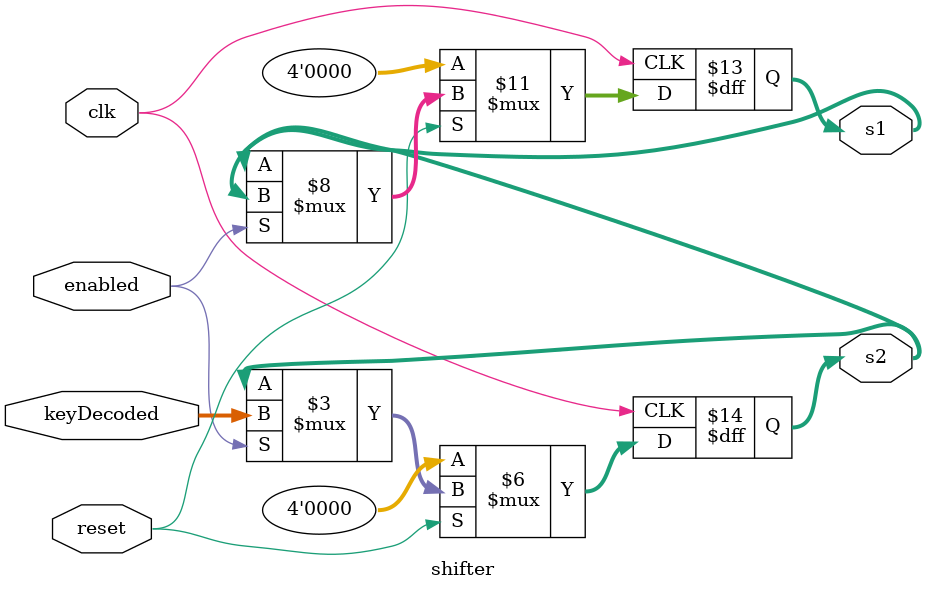
<source format=sv>


module shifter(
	input logic clk, reset, enabled,
	input logic [3:0] keyDecoded,
	output logic [3:0] s1, s2
);

always_ff @(posedge clk)
begin
	if (reset == 0) begin
		s2 <= 0;
		s1 <= 0;
	end
	else if (enabled) begin
		s1 <= s2;
		s2 <= keyDecoded;
	end
end
endmodule
</source>
